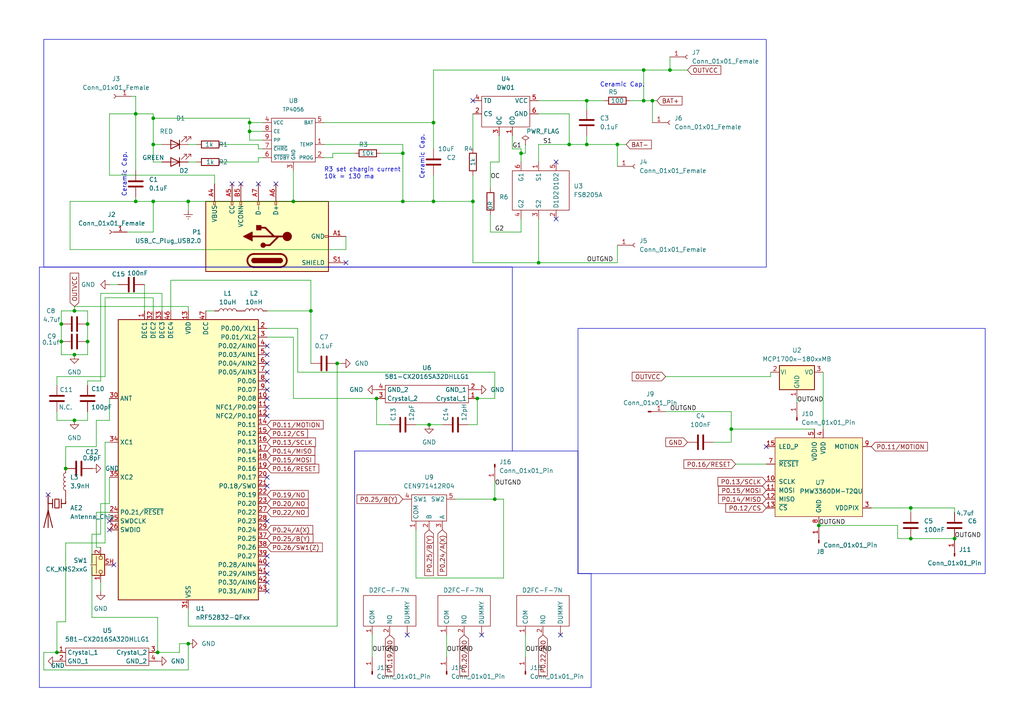
<source format=kicad_sch>
(kicad_sch (version 20250114) (generator "eeschema") (generator_version "9.0")
  (paper "A4")
  (lib_symbols
    (symbol "Connector:Conn_01x01_Female" (pin_names (offset 1.016) (hide yes))
      (property "Reference" "J" (at 0 2.54 0))
      (property "Value" "Conn_01x01_Female" (at 0 -2.54 0))
      (symbol "Conn_01x01_Female_1_1"
        (pin passive line (at -5.08 0 0) (length 3.81) (name "Pin_1") (number "1"))
      )
    )
    (symbol "Connector:Conn_01x01_Pin" (pin_names (offset 1.016) (hide yes))
      (property "Reference" "J" (at 0 2.54 0))
      (property "Value" "Conn_01x01_Pin" (at 0 -2.54 0))
      (symbol "Conn_01x01_Pin_1_1"
        (pin passive line (at 5.08 0 180) (length 3.81) (name "Pin_1") (number "1"))
      )
    )
    (symbol "Connector:USB_C_Plug_USB2.0" (pin_names (offset 1.016))
      (property "Reference" "P" (at -10.16 19.05 0))
      (property "Value" "USB_C_Plug_USB2.0" (at 12.7 19.05 0))
      (symbol "USB_C_Plug_USB2.0_1_1"
        (pin passive line (at -7.62 -22.86 90) (length 5.08) (name "SHIELD") (number "S1"))
        (pin passive line (at 0 -22.86 90) (length 5.08) (name "GND") (number "A1"))
        (pin passive line (at 0 -22.86 90) (length 5.08) (hide yes) (name "GND") (number "A12"))
        (pin passive line (at 0 -22.86 90) (length 5.08) (hide yes) (name "GND") (number "B1"))
        (pin passive line (at 0 -22.86 90) (length 5.08) (hide yes) (name "GND") (number "B12"))
        (pin passive line (at 15.24 15.24 180) (length 5.08) (name "VBUS") (number "A4"))
        (pin passive line (at 15.24 15.24 180) (length 5.08) (hide yes) (name "VBUS") (number "A9"))
        (pin passive line (at 15.24 15.24 180) (length 5.08) (hide yes) (name "VBUS") (number "B4"))
        (pin passive line (at 15.24 15.24 180) (length 5.08) (hide yes) (name "VBUS") (number "B9"))
        (pin bidirectional line (at 15.24 10.16 180) (length 5.08) (name "CC") (number "A5"))
        (pin bidirectional line (at 15.24 7.62 180) (length 5.08) (name "VCONN") (number "B5"))
        (pin bidirectional line (at 15.24 2.54 180) (length 5.08) (name "D-") (number "A7"))
        (pin bidirectional line (at 15.24 -2.54 180) (length 5.08) (name "D+") (number "A6"))
      )
    )
    (symbol "Device:Antenna_Chip" (pin_numbers (hide yes)) (pin_names (offset 1.016) (hide yes))
      (property "Reference" "AE" (at 0 5.08 0))
      (property "Value" "Antenna_Chip" (at 0 3.175 0))
      (symbol "Antenna_Chip_1_1"
        (pin input line (at -2.54 -2.54 90) (length 2.54) (name "FEED") (number "1"))
        (pin passive line (at 2.54 -2.54 90) (length 2.54) (name "PCB_Trace") (number "2"))
      )
    )
    (symbol "Device:C" (pin_numbers (hide yes)) (pin_names (offset 0.254))
      (property "Reference" "C" (at 0.635 2.54 0))
      (property "Value" "C" (at 0.635 -2.54 0))
      (symbol "C_1_1"
        (pin passive line (at 0 3.81 270) (length 2.794) (name "~") (number "1"))
        (pin passive line (at 0 -3.81 90) (length 2.794) (name "~") (number "2"))
      )
    )
    (symbol "Device:L" (pin_numbers (hide yes)) (pin_names (offset 1.016) (hide yes))
      (property "Reference" "L" (at -1.27 0 90))
      (property "Value" "L" (at 1.905 0 90))
      (symbol "L_1_1"
        (pin passive line (at 0 3.81 270) (length 1.27) (name "1") (number "1"))
        (pin passive line (at 0 -3.81 90) (length 1.27) (name "2") (number "2"))
      )
    )
    (symbol "Device:LED" (pin_numbers (hide yes)) (pin_names (offset 1.016) (hide yes))
      (property "Reference" "D" (at 0 2.54 0))
      (property "Value" "LED" (at 0 -2.54 0))
      (symbol "LED_1_1"
        (pin passive line (at -3.81 0 0) (length 2.54) (name "K") (number "1"))
        (pin passive line (at 3.81 0 180) (length 2.54) (name "A") (number "2"))
      )
    )
    (symbol "Device:R" (pin_numbers (hide yes)) (pin_names (offset 0))
      (property "Reference" "R" (at 2.032 0 90))
      (property "Value" "R" (at 0 0 90))
      (symbol "R_1_1"
        (pin passive line (at 0 3.81 270) (length 1.27) (name "~") (number "1"))
        (pin passive line (at 0 -3.81 90) (length 1.27) (name "~") (number "2"))
      )
    )
    (symbol "MCU_Nordic:nRF52832-QFxx"
      (property "Reference" "U" (at 0 1.27 0))
      (property "Value" "nRF52832-QFxx" (at 0 -1.27 0))
      (symbol "nRF52832-QFxx_1_1"
        (pin passive line (at -22.86 17.78 0) (length 2.54) (name "ANT") (number "30"))
        (pin input line (at -22.86 5.08 0) (length 2.54) (name "XC1") (number "34"))
        (pin input line (at -22.86 -5.08 0) (length 2.54) (name "XC2") (number "35"))
        (pin bidirectional line (at -22.86 -15.24 0) (length 2.54) (name "P0.21/~{RESET}") (number "24"))
        (pin input line (at -22.86 -17.78 0) (length 2.54) (name "SWDCLK") (number "25"))
        (pin bidirectional line (at -22.86 -20.32 0) (length 2.54) (name "SWDIO") (number "26"))
        (pin no_connect line (at -20.32 -30.48 0) (length 2.54) (hide yes) (name "NC") (number "44"))
        (pin passive line (at -12.7 43.18 270) (length 2.54) (name "DEC1") (number "1"))
        (pin passive line (at -10.16 43.18 270) (length 2.54) (name "DEC2") (number "32"))
        (pin passive line (at -7.62 43.18 270) (length 2.54) (name "DEC3") (number "33"))
        (pin passive line (at -5.08 43.18 270) (length 2.54) (name "DEC4") (number "46"))
        (pin power_in line (at 0 43.18 270) (length 2.54) (name "VDD") (number "13"))
        (pin passive line (at 0 43.18 270) (length 2.54) (hide yes) (name "VDD") (number "36"))
        (pin passive line (at 0 43.18 270) (length 2.54) (hide yes) (name "VDD") (number "48"))
        (pin power_in line (at 0 -43.18 90) (length 2.54) (name "VSS") (number "31"))
        (pin passive line (at 0 -43.18 90) (length 2.54) (hide yes) (name "VSS") (number "45"))
        (pin passive line (at 0 -43.18 90) (length 2.54) (hide yes) (name "VSS") (number "49"))
        (pin power_out line (at 5.08 43.18 270) (length 2.54) (name "DCC") (number "47"))
        (pin bidirectional line (at 22.86 38.1 180) (length 2.54) (name "P0.00/XL1") (number "2"))
        (pin bidirectional line (at 22.86 35.56 180) (length 2.54) (name "P0.01/XL2") (number "3"))
        (pin bidirectional line (at 22.86 33.02 180) (length 2.54) (name "P0.02/AIN0") (number "4"))
        (pin bidirectional line (at 22.86 30.48 180) (length 2.54) (name "P0.03/AIN1") (number "5"))
        (pin bidirectional line (at 22.86 27.94 180) (length 2.54) (name "P0.04/AIN2") (number "6"))
        (pin bidirectional line (at 22.86 25.4 180) (length 2.54) (name "P0.05/AIN3") (number "7"))
        (pin bidirectional line (at 22.86 22.86 180) (length 2.54) (name "P0.06") (number "8"))
        (pin bidirectional line (at 22.86 20.32 180) (length 2.54) (name "P0.07") (number "9"))
        (pin bidirectional line (at 22.86 17.78 180) (length 2.54) (name "P0.08") (number "10"))
        (pin bidirectional line (at 22.86 15.24 180) (length 2.54) (name "NFC1/P0.09") (number "11"))
        (pin bidirectional line (at 22.86 12.7 180) (length 2.54) (name "NFC2/P0.10") (number "12"))
        (pin bidirectional line (at 22.86 10.16 180) (length 2.54) (name "P0.11") (number "14"))
        (pin bidirectional line (at 22.86 7.62 180) (length 2.54) (name "P0.12") (number "15"))
        (pin bidirectional line (at 22.86 5.08 180) (length 2.54) (name "P0.13") (number "16"))
        (pin bidirectional line (at 22.86 2.54 180) (length 2.54) (name "P0.14") (number "17"))
        (pin bidirectional line (at 22.86 0 180) (length 2.54) (name "P0.15") (number "18"))
        (pin bidirectional line (at 22.86 -2.54 180) (length 2.54) (name "P0.16") (number "19"))
        (pin bidirectional line (at 22.86 -5.08 180) (length 2.54) (name "P0.17") (number "20"))
        (pin bidirectional line (at 22.86 -7.62 180) (length 2.54) (name "P0.18/SWO") (number "21"))
        (pin bidirectional line (at 22.86 -10.16 180) (length 2.54) (name "P0.19") (number "22"))
        (pin bidirectional line (at 22.86 -12.7 180) (length 2.54) (name "P0.20") (number "23"))
        (pin bidirectional line (at 22.86 -15.24 180) (length 2.54) (name "P0.22") (number "27"))
        (pin bidirectional line (at 22.86 -17.78 180) (length 2.54) (name "P0.23") (number "28"))
        (pin bidirectional line (at 22.86 -20.32 180) (length 2.54) (name "P0.24") (number "29"))
        (pin bidirectional line (at 22.86 -22.86 180) (length 2.54) (name "P0.25") (number "37"))
        (pin bidirectional line (at 22.86 -25.4 180) (length 2.54) (name "P0.26") (number "38"))
        (pin bidirectional line (at 22.86 -27.94 180) (length 2.54) (name "P0.27") (number "39"))
        (pin bidirectional line (at 22.86 -30.48 180) (length 2.54) (name "P0.28/AIN4") (number "40"))
        (pin bidirectional line (at 22.86 -33.02 180) (length 2.54) (name "P0.29/AIN5") (number "41"))
        (pin bidirectional line (at 22.86 -35.56 180) (length 2.54) (name "P0.30/AIN6") (number "42"))
        (pin bidirectional line (at 22.86 -38.1 180) (length 2.54) (name "P0.31/AIN7") (number "43"))
      )
    )
    (symbol "Mouse Stuff:2016_crystal"
      (property "Reference" "U" (at 0 0 0))
      (property "Value" "581-CX2016SA32DHLLG1" (at 0 2.286 0))
      (symbol "2016_crystal_1_1"
        (pin bidirectional line (at -15.24 0 0) (length 2.54) (name "Crystal_1") (number "1"))
        (pin power_in line (at -15.24 -2.54 0) (length 2.54) (name "GND_1") (number "2"))
        (pin bidirectional line (at 13.97 0 180) (length 2.54) (name "Crystal_2") (number "3"))
        (pin power_in line (at 13.97 -2.54 180) (length 2.54) (name "GND_2") (number "4"))
      )
    )
    (symbol "Mouse Stuff:CEN971412R04"
      (property "Reference" "U" (at 0 0 0))
      (symbol "CEN971412R04_1_1"
        (pin bidirectional line (at -7.62 2.54 0) (length 2.54) (name "SW1") (number "4"))
        (pin power_in line (at -3.81 -6.35 90) (length 2.54) (name "COM") (number "1"))
        (pin bidirectional line (at 0 -6.35 90) (length 2.54) (name "B") (number "2"))
        (pin bidirectional line (at 3.81 -6.35 90) (length 2.54) (name "A") (number "3"))
        (pin bidirectional line (at 7.62 2.54 180) (length 2.54) (name "SW2") (number "5"))
      )
    )
    (symbol "Mouse Stuff:D2FC-F-7N"
      (property "Reference" "U" (at 0 0.254 0))
      (property "Value" "D2FC-F-7N" (at 0 6.096 0))
      (symbol "D2FC-F-7N_1_1"
        (pin power_in line (at -5.08 -6.35 90) (length 2.54) (name "COM") (number "1"))
        (pin bidirectional line (at 0 -6.35 90) (length 2.54) (name "NO") (number "2"))
        (pin bidirectional line (at 5.08 -6.35 90) (length 2.54) (name "DUMMY") (number ""))
      )
    )
    (symbol "PCM_openinput:PMW3360DM-T2QU" (pin_names (offset 1.016))
      (property "Reference" "U" (at -11.43 13.97 0))
      (property "Value" "PMW3360DM-T2QU" (at 8.89 -11.43 0))
      (symbol "PMW3360DM-T2QU_1_1"
        (pin input line (at -15.24 10.16 0) (length 2.54) (name "LED_P") (number "15"))
        (pin input line (at -15.24 5.08 0) (length 2.54) (name "~{RESET}") (number "7"))
        (pin input line (at -15.24 0 0) (length 2.54) (name "SCLK") (number "10"))
        (pin input line (at -15.24 -2.54 0) (length 2.54) (name "MOSI") (number "11"))
        (pin output line (at -15.24 -5.08 0) (length 2.54) (name "MISO") (number "12"))
        (pin input line (at -15.24 -7.62 0) (length 2.54) (name "~{CS}") (number "13"))
        (pin power_in line (at -1.27 15.24 270) (length 2.54) (name "VDDIO") (number "5"))
        (pin power_in line (at 0 -12.7 90) (length 2.54) (name "GND") (number "8"))
        (pin power_in line (at 1.27 15.24 270) (length 2.54) (name "VDD") (number "4"))
        (pin output line (at 15.24 10.16 180) (length 2.54) (name "MOTION") (number "9"))
        (pin power_out line (at 15.24 -7.62 180) (length 2.54) (name "VDDPIX") (number "3"))
      )
    )
    (symbol "Regulator_Linear:MCP1700x-180xxMB" (pin_names (offset 0.254))
      (property "Reference" "U" (at -3.81 3.175 0))
      (property "Value" "MCP1700x-180xxMB" (at 0 3.175 0))
      (symbol "MCP1700x-180xxMB_1_1"
        (pin power_in line (at -7.62 0 0) (length 2.54) (name "VI") (number "2"))
        (pin power_in line (at 0 -7.62 90) (length 2.54) (name "GND") (number "1"))
        (pin power_out line (at 7.62 0 180) (length 2.54) (name "VO") (number "3"))
      )
    )
    (symbol "Switch:CK_KMS2xxG" (pin_names (offset 1.016) (hide yes))
      (property "Reference" "SW" (at 4.318 2.032 0))
      (property "Value" "CK_KMS2xxG" (at 0 4.572 0))
      (symbol "CK_KMS2xxG_0_1"
        (pin passive line (at -5.08 0 0) (length 2.54) (name "1") (number "1"))
        (pin passive line (at 5.08 0 180) (length 2.54) (name "2") (number "2"))
      )
      (symbol "CK_KMS2xxG_1_1"
        (pin passive line (at 0 -3.81 90) (length 2.54) (name "B") (number "SH"))
      )
    )
    (symbol "dw01:DW01"
      (property "Reference" "U" (at 1.27 10.16 0))
      (property "Value" "DW01" (at 11.43 10.16 0))
      (symbol "DW01_1_1"
        (pin input line (at -2.54 7.62 0) (length 2.54) (name "TD") (number "4"))
        (pin input line (at -2.54 3.81 0) (length 2.54) (name "CS") (number "2"))
        (pin input line (at 5.08 -2.54 90) (length 2.54) (name "OC") (number "3"))
        (pin input line (at 8.89 -2.54 90) (length 2.54) (name "OD") (number "1"))
        (pin input line (at 16.51 7.62 180) (length 2.54) (name "VCC") (number "5"))
        (pin input line (at 16.51 3.81 180) (length 2.54) (name "GND") (number "6"))
      )
    )
    (symbol "fs8205:FS8205A"
      (property "Reference" "U" (at 1.27 5.08 0))
      (property "Value" "FS8205A" (at -1.27 8.89 90))
      (symbol "FS8205A_1_1"
        (pin input line (at 2.54 13.97 270) (length 2.54) (name "G1") (number "6"))
        (pin input line (at 2.54 -2.54 90) (length 2.54) (name "G2") (number "4"))
        (pin input line (at 7.62 13.97 270) (length 2.54) (name "S1") (number "1"))
        (pin input line (at 7.62 -2.54 90) (length 2.54) (name "S2") (number "3"))
        (pin input line (at 12.7 13.97 270) (length 2.54) (name "D1D2") (number "5"))
        (pin input line (at 12.7 -2.54 90) (length 2.54) (name "D1D2") (number "2"))
      )
    )
    (symbol "power:Earth" (power) (pin_names (offset 0))
      (symbol "Earth_1_1"
        (pin power_in line (at 0 0 270) (length 0) (hide yes) (name "Earth") (number "1"))
      )
    )
    (symbol "power:GND" (power) (pin_numbers (hide yes)) (pin_names (offset 0) (hide yes))
      (property "Value" "GND" (at 0 -3.81 0))
      (symbol "GND_1_1"
        (pin power_in line (at 0 0 270) (length 0) (name "~") (number "1"))
      )
    )
    (symbol "power:PWR_FLAG" (power) (pin_numbers (hide yes)) (pin_names (offset 0) (hide yes))
      (property "Value" "PWR_FLAG" (at 0 3.81 0))
      (symbol "PWR_FLAG_0_0"
        (pin power_out line (at 0 0 90) (length 0) (name "pwr") (number "1"))
      )
    )
    (symbol "tp4056:TP4056"
      (property "Reference" "U" (at 1.27 13.97 0))
      (property "Value" "TP4056" (at 8.89 13.97 0))
      (symbol "TP4056_1_1"
        (pin input line (at -2.54 11.43 0) (length 2.54) (name "VCC") (number "4"))
        (pin input line (at -2.54 8.89 0) (length 2.54) (name "CE") (number "8"))
        (pin input line (at -2.54 6.35 0) (length 2.54) (name "PP") (number "9"))
        (pin input line (at -2.54 3.81 0) (length 2.54) (name "~{CHRG}") (number "7"))
        (pin input line (at -2.54 1.27 0) (length 2.54) (name "~{STDBY}") (number "6"))
        (pin input line (at 6.35 -2.54 90) (length 2.54) (name "GND") (number "3"))
        (pin input line (at 15.24 11.43 180) (length 2.54) (name "BAT") (number "5"))
        (pin input line (at 15.24 5.08 180) (length 2.54) (name "TEMP") (number "1"))
        (pin input line (at 15.24 1.27 180) (length 2.54) (name "PROG") (number "2"))
      )
    )
  )
  (rectangle (start 167.64 95.25) (end 285.75 166.37))
  (rectangle (start 12.7 11.43) (end 222.25 77.47))
  (text "R3 set chargin current\n10k = 130 ma" (at 93.98 52.07 0) (effects (font (size 1.27 1.27)) (justify left bottom)))
  (text "Ceramic Cap." (at 173.99 25.4 0) (effects (font (size 1.27 1.27)) (justify left bottom)))
  (text "Ceramic Cap." (at 123.19 52.07 90) (effects (font (size 1.27 1.27)) (justify left bottom)))
  (text "Ceramic Cap." (at 36.83 57.15 90) (effects (font (size 1.27 1.27)) (justify left bottom)))
  (junction (at 16.51 189.23))
  (junction (at 39.37 58.42))
  (junction (at 212.09 124.46))
  (junction (at 97.79 105.41))
  (junction (at 25.4 99.06))
  (junction (at 44.45 34.29))
  (junction (at 189.23 29.21))
  (junction (at 44.45 58.42))
  (junction (at 21.59 102.87))
  (junction (at 21.59 121.92))
  (junction (at 138.43 115.57))
  (junction (at 186.69 20.32))
  (junction (at 143.51 144.78))
  (junction (at 156.21 76.2))
  (junction (at 85.09 58.42))
  (junction (at 116.84 58.42))
  (junction (at 116.84 44.45))
  (junction (at 19.05 135.89))
  (junction (at 237.49 152.4))
  (junction (at 276.86 156.21))
  (junction (at 137.16 58.42))
  (junction (at 72.39 38.1))
  (junction (at 170.18 41.91))
  (junction (at 124.46 123.19))
  (junction (at 90.17 90.17))
  (junction (at 109.22 115.57))
  (junction (at 17.78 99.06))
  (junction (at 151.13 44.45))
  (junction (at 125.73 35.56))
  (junction (at 194.31 20.32))
  (junction (at 264.16 147.32))
  (junction (at 17.78 93.98))
  (junction (at 54.61 186.69))
  (junction (at 39.37 33.02))
  (junction (at 25.4 93.98))
  (junction (at 179.07 41.91))
  (junction (at 165.1 41.91))
  (junction (at 170.18 29.21))
  (junction (at 125.73 58.42))
  (junction (at 44.45 41.91))
  (junction (at 72.39 35.56))
  (junction (at 54.61 58.42))
  (junction (at 264.16 156.21))
  (junction (at 186.69 29.21))
  (junction (at 21.59 90.17))
  (junction (at 45.72 189.23))
  (no_connect (at 77.47 105.41))
  (no_connect (at 31.75 151.13))
  (no_connect (at 118.11 184.15))
  (no_connect (at 77.47 138.43))
  (no_connect (at 77.47 120.65))
  (no_connect (at 77.47 166.37))
  (no_connect (at 77.47 107.95))
  (no_connect (at 77.47 168.91))
  (no_connect (at 31.75 153.67))
  (no_connect (at 100.33 76.2))
  (no_connect (at 69.85 53.34))
  (no_connect (at 77.47 171.45))
  (no_connect (at 77.47 118.11))
  (no_connect (at 77.47 161.29))
  (no_connect (at 77.47 115.57))
  (no_connect (at 77.47 140.97))
  (no_connect (at 80.01 53.34))
  (no_connect (at 77.47 113.03))
  (no_connect (at 77.47 151.13))
  (no_connect (at 74.93 53.34))
  (no_connect (at 77.47 102.87))
  (no_connect (at 33.02 163.83))
  (no_connect (at 77.47 163.83))
  (no_connect (at 161.29 46.99))
  (no_connect (at 77.47 110.49))
  (no_connect (at 161.29 63.5))
  (no_connect (at 139.7 184.15))
  (no_connect (at 162.56 184.15))
  (no_connect (at 137.16 29.21))
  (no_connect (at 77.47 100.33))
  (no_connect (at 67.31 53.34))
  (no_connect (at 222.25 129.54))
  (no_connect (at 13.97 143.51))
  (wire (pts (xy 142.24 67.31) (xy 151.13 67.31)))
  (wire (pts (xy 97.79 181.61) (xy 97.79 105.41)))
  (wire (pts (xy 186.69 20.32) (xy 186.69 29.21)))
  (wire (pts (xy 44.45 34.29) (xy 72.39 34.29)))
  (wire (pts (xy 25.4 110.49) (xy 25.4 111.76)))
  (wire (pts (xy 179.07 41.91) (xy 181.61 41.91)))
  (wire (pts (xy 74.93 41.91) (xy 64.77 41.91)))
  (wire (pts (xy 152.4 44.45) (xy 151.13 44.45)))
  (wire (pts (xy 137.16 76.2) (xy 156.21 76.2)))
  (wire (pts (xy 25.4 93.98) (xy 25.4 99.06)))
  (wire (pts (xy 44.45 41.91) (xy 44.45 34.29)))
  (wire (pts (xy 213.36 134.62) (xy 222.25 134.62)))
  (wire (pts (xy 77.47 90.17) (xy 90.17 90.17)))
  (wire (pts (xy 76.2 45.72) (xy 74.93 45.72)))
  (wire (pts (xy 109.22 115.57) (xy 109.22 123.19)))
  (wire (pts (xy 46.99 90.17) (xy 46.99 85.09)))
  (wire (pts (xy 90.17 90.17) (xy 90.17 105.41)))
  (wire (pts (xy 170.18 29.21) (xy 175.26 29.21)))
  (wire (pts (xy 74.93 45.72) (xy 74.93 46.99)))
  (wire (pts (xy 170.18 29.21) (xy 170.18 31.75)))
  (wire (pts (xy 27.94 129.54) (xy 19.05 129.54)))
  (wire (pts (xy 44.45 33.02) (xy 44.45 34.29)))
  (wire (pts (xy 151.13 44.45) (xy 151.13 46.99)))
  (wire (pts (xy 31.75 50.8) (xy 31.75 33.02)))
  (wire (pts (xy 260.35 152.4) (xy 237.49 152.4)))
  (wire (pts (xy 146.05 144.78) (xy 143.51 144.78)))
  (wire (pts (xy 264.16 147.32) (xy 276.86 147.32)))
  (wire (pts (xy 223.52 109.22) (xy 223.52 107.95)))
  (wire (pts (xy 151.13 43.18) (xy 151.13 44.45)))
  (wire (pts (xy 212.09 124.46) (xy 212.09 128.27)))
  (wire (pts (xy 21.59 88.9) (xy 21.59 90.17)))
  (wire (pts (xy 54.61 194.31) (xy 54.61 186.69)))
  (wire (pts (xy 62.23 50.8) (xy 31.75 50.8)))
  (wire (pts (xy 29.21 168.91) (xy 29.21 171.45)))
  (wire (pts (xy 16.51 180.34) (xy 16.51 189.23)))
  (wire (pts (xy 49.53 81.28) (xy 90.17 81.28)))
  (wire (pts (xy 156.21 76.2) (xy 179.07 76.2)))
  (wire (pts (xy 85.09 115.57) (xy 109.22 115.57)))
  (wire (pts (xy 116.84 58.42) (xy 125.73 58.42)))
  (wire (pts (xy 25.4 90.17) (xy 25.4 93.98)))
  (wire (pts (xy 194.31 20.32) (xy 199.39 20.32)))
  (wire (pts (xy 29.21 110.49) (xy 25.4 110.49)))
  (wire (pts (xy 17.78 93.98) (xy 17.78 90.17)))
  (wire (pts (xy 90.17 81.28) (xy 90.17 90.17)))
  (wire (pts (xy 72.39 35.56) (xy 76.2 35.56)))
  (wire (pts (xy 148.59 43.18) (xy 151.13 43.18)))
  (wire (pts (xy 46.99 46.99) (xy 44.45 46.99)))
  (polyline (pts (xy 102.87 130.81) (xy 102.87 199.39)))
  (wire (pts (xy 44.45 90.17) (xy 44.45 86.36)))
  (wire (pts (xy 27.94 158.75) (xy 29.21 158.75)))
  (wire (pts (xy 264.16 156.21) (xy 276.86 156.21)))
  (wire (pts (xy 165.1 41.91) (xy 170.18 41.91)))
  (wire (pts (xy 72.39 35.56) (xy 72.39 38.1)))
  (wire (pts (xy 54.61 176.53) (xy 54.61 181.61)))
  (wire (pts (xy 182.88 29.21) (xy 186.69 29.21)))
  (wire (pts (xy 152.4 184.15) (xy 152.4 190.5)))
  (wire (pts (xy 29.21 154.94) (xy 26.67 154.94)))
  (polyline (pts (xy 171.45 166.37) (xy 167.64 166.37)))
  (wire (pts (xy 276.86 147.32) (xy 276.86 148.59)))
  (wire (pts (xy 46.99 85.09) (xy 29.21 85.09)))
  (wire (pts (xy 238.76 107.95) (xy 238.76 124.46)))
  (wire (pts (xy 31.75 138.43) (xy 31.75 146.05)))
  (wire (pts (xy 85.09 58.42) (xy 116.84 58.42)))
  (wire (pts (xy 193.04 119.38) (xy 212.09 119.38)))
  (wire (pts (xy 30.48 109.22) (xy 16.51 109.22)))
  (wire (pts (xy 129.54 184.15) (xy 129.54 190.5)))
  (wire (pts (xy 27.94 121.92) (xy 27.94 129.54)))
  (wire (pts (xy 54.61 88.9) (xy 54.61 90.17)))
  (wire (pts (xy 137.16 58.42) (xy 137.16 76.2)))
  (wire (pts (xy 107.95 184.15) (xy 107.95 190.5)))
  (wire (pts (xy 142.24 62.23) (xy 142.24 67.31)))
  (wire (pts (xy 39.37 57.15) (xy 39.37 58.42)))
  (wire (pts (xy 125.73 20.32) (xy 186.69 20.32)))
  (wire (pts (xy 49.53 90.17) (xy 49.53 81.28)))
  (wire (pts (xy 116.84 44.45) (xy 116.84 58.42)))
  (polyline (pts (xy 171.45 199.39) (xy 171.45 166.37)))
  (wire (pts (xy 179.07 71.12) (xy 179.07 76.2)))
  (wire (pts (xy 31.75 128.27) (xy 30.48 128.27)))
  (wire (pts (xy 93.98 45.72) (xy 96.52 45.72)))
  (wire (pts (xy 16.51 121.92) (xy 16.51 119.38)))
  (wire (pts (xy 31.75 121.92) (xy 27.94 121.92)))
  (wire (pts (xy 41.91 82.55) (xy 41.91 90.17)))
  (wire (pts (xy 17.78 102.87) (xy 17.78 99.06)))
  (polyline (pts (xy 102.87 199.39) (xy 171.45 199.39)))
  (wire (pts (xy 152.4 41.91) (xy 152.4 44.45)))
  (wire (pts (xy 45.72 189.23) (xy 52.07 189.23)))
  (wire (pts (xy 39.37 33.02) (xy 39.37 49.53)))
  (wire (pts (xy 132.08 144.78) (xy 143.51 144.78)))
  (wire (pts (xy 31.75 115.57) (xy 31.75 121.92)))
  (wire (pts (xy 76.2 40.64) (xy 72.39 40.64)))
  (wire (pts (xy 12.7 189.23) (xy 12.7 194.31)))
  (wire (pts (xy 120.65 153.67) (xy 120.65 167.64)))
  (wire (pts (xy 170.18 41.91) (xy 179.07 41.91)))
  (wire (pts (xy 186.69 29.21) (xy 189.23 29.21)))
  (wire (pts (xy 52.07 186.69) (xy 54.61 186.69)))
  (wire (pts (xy 143.51 144.78) (xy 143.51 139.7)))
  (wire (pts (xy 45.72 179.07) (xy 45.72 189.23)))
  (wire (pts (xy 120.65 167.64) (xy 146.05 167.64)))
  (wire (pts (xy 54.61 41.91) (xy 57.15 41.91)))
  (wire (pts (xy 21.59 90.17) (xy 25.4 90.17)))
  (wire (pts (xy 264.16 147.32) (xy 264.16 148.59)))
  (wire (pts (xy 39.37 27.94) (xy 39.37 33.02)))
  (wire (pts (xy 74.93 43.18) (xy 74.93 41.91)))
  (wire (pts (xy 39.37 33.02) (xy 44.45 33.02)))
  (polyline (pts (xy 148.59 77.47) (xy 11.43 77.47)))
  (wire (pts (xy 93.98 35.56) (xy 125.73 35.56)))
  (wire (pts (xy 44.45 41.91) (xy 46.99 41.91)))
  (wire (pts (xy 135.89 123.19) (xy 138.43 123.19)))
  (wire (pts (xy 30.48 128.27) (xy 30.48 157.48)))
  (wire (pts (xy 212.09 119.38) (xy 212.09 124.46)))
  (wire (pts (xy 96.52 44.45) (xy 102.87 44.45)))
  (wire (pts (xy 142.24 46.99) (xy 142.24 54.61)))
  (wire (pts (xy 54.61 58.42) (xy 85.09 58.42)))
  (polyline (pts (xy 148.59 130.81) (xy 148.59 77.47)))
  (wire (pts (xy 31.75 33.02) (xy 39.37 33.02)))
  (wire (pts (xy 62.23 53.34) (xy 62.23 50.8)))
  (wire (pts (xy 74.93 43.18) (xy 76.2 43.18)))
  (wire (pts (xy 125.73 50.8) (xy 125.73 58.42)))
  (wire (pts (xy 165.1 33.02) (xy 165.1 41.91)))
  (wire (pts (xy 156.21 29.21) (xy 170.18 29.21)))
  (wire (pts (xy 125.73 20.32) (xy 125.73 35.56)))
  (wire (pts (xy 31.75 146.05) (xy 29.21 146.05)))
  (polyline (pts (xy 167.64 166.37) (xy 167.64 130.81)))
  (wire (pts (xy 44.45 86.36) (xy 30.48 86.36)))
  (wire (pts (xy 25.4 121.92) (xy 21.59 121.92)))
  (polyline (pts (xy 102.87 199.39) (xy 102.87 130.81)))
  (wire (pts (xy 179.07 41.91) (xy 179.07 48.26)))
  (wire (pts (xy 19.05 180.34) (xy 16.51 180.34)))
  (wire (pts (xy 194.31 16.51) (xy 194.31 20.32)))
  (polyline (pts (xy 11.43 199.39) (xy 102.87 199.39)))
  (wire (pts (xy 27.94 148.59) (xy 27.94 158.75)))
  (wire (pts (xy 231.14 115.57) (xy 231.14 116.84)))
  (wire (pts (xy 189.23 29.21) (xy 189.23 35.56)))
  (wire (pts (xy 54.61 58.42) (xy 54.61 60.96)))
  (polyline (pts (xy 167.64 130.81) (xy 148.59 130.81)))
  (wire (pts (xy 109.22 123.19) (xy 113.03 123.19)))
  (wire (pts (xy 125.73 58.42) (xy 137.16 58.42)))
  (wire (pts (xy 29.21 85.09) (xy 29.21 110.49)))
  (wire (pts (xy 44.45 58.42) (xy 54.61 58.42)))
  (wire (pts (xy 77.47 95.25) (xy 86.36 95.25)))
  (wire (pts (xy 19.05 129.54) (xy 19.05 135.89)))
  (wire (pts (xy 212.09 128.27) (xy 207.01 128.27)))
  (wire (pts (xy 137.16 33.02) (xy 137.16 43.18)))
  (wire (pts (xy 74.93 46.99) (xy 64.77 46.99)))
  (wire (pts (xy 52.07 189.23) (xy 52.07 186.69)))
  (wire (pts (xy 186.69 20.32) (xy 194.31 20.32)))
  (wire (pts (xy 21.59 102.87) (xy 17.78 102.87)))
  (wire (pts (xy 12.7 194.31) (xy 54.61 194.31)))
  (wire (pts (xy 148.59 39.37) (xy 148.59 43.18)))
  (wire (pts (xy 20.32 72.39) (xy 20.32 58.42)))
  (wire (pts (xy 86.36 95.25) (xy 86.36 107.95)))
  (wire (pts (xy 72.39 38.1) (xy 72.39 40.64)))
  (wire (pts (xy 252.73 147.32) (xy 264.16 147.32)))
  (wire (pts (xy 260.35 156.21) (xy 260.35 152.4)))
  (wire (pts (xy 100.33 72.39) (xy 20.32 72.39)))
  (wire (pts (xy 143.51 115.57) (xy 138.43 115.57)))
  (wire (pts (xy 26.67 179.07) (xy 45.72 179.07)))
  (wire (pts (xy 17.78 93.98) (xy 17.78 99.06)))
  (wire (pts (xy 72.39 38.1) (xy 76.2 38.1)))
  (wire (pts (xy 85.09 97.79) (xy 85.09 115.57)))
  (wire (pts (xy 100.33 68.58) (xy 100.33 72.39)))
  (polyline (pts (xy 11.43 77.47) (xy 11.43 199.39)))
  (wire (pts (xy 20.32 58.42) (xy 39.37 58.42)))
  (polyline (pts (xy 102.87 130.81) (xy 148.59 130.81)))
  (wire (pts (xy 59.69 90.17) (xy 62.23 90.17)))
  (wire (pts (xy 120.65 123.19) (xy 124.46 123.19)))
  (wire (pts (xy 264.16 156.21) (xy 260.35 156.21)))
  (wire (pts (xy 31.75 148.59) (xy 27.94 148.59)))
  (wire (pts (xy 21.59 121.92) (xy 16.51 121.92)))
  (wire (pts (xy 156.21 41.91) (xy 165.1 41.91)))
  (wire (pts (xy 25.4 102.87) (xy 21.59 102.87)))
  (wire (pts (xy 19.05 157.48) (xy 19.05 180.34)))
  (wire (pts (xy 30.48 157.48) (xy 19.05 157.48)))
  (wire (pts (xy 25.4 99.06) (xy 25.4 102.87)))
  (wire (pts (xy 170.18 39.37) (xy 170.18 41.91)))
  (wire (pts (xy 93.98 41.91) (xy 116.84 41.91)))
  (wire (pts (xy 125.73 35.56) (xy 125.73 43.18)))
  (wire (pts (xy 39.37 58.42) (xy 44.45 58.42)))
  (wire (pts (xy 77.47 97.79) (xy 85.09 97.79)))
  (wire (pts (xy 124.46 123.19) (xy 128.27 123.19)))
  (wire (pts (xy 116.84 41.91) (xy 116.84 44.45)))
  (wire (pts (xy 31.75 82.55) (xy 34.29 82.55)))
  (wire (pts (xy 44.45 46.99) (xy 44.45 41.91)))
  (wire (pts (xy 16.51 189.23) (xy 12.7 189.23)))
  (wire (pts (xy 25.4 119.38) (xy 25.4 121.92)))
  (wire (pts (xy 36.83 67.31) (xy 44.45 67.31)))
  (wire (pts (xy 193.04 109.22) (xy 223.52 109.22)))
  (wire (pts (xy 16.51 109.22) (xy 16.51 111.76)))
  (wire (pts (xy 151.13 67.31) (xy 151.13 63.5)))
  (wire (pts (xy 156.21 63.5) (xy 156.21 76.2)))
  (wire (pts (xy 85.09 49.53) (xy 85.09 58.42)))
  (wire (pts (xy 212.09 124.46) (xy 236.22 124.46)))
  (wire (pts (xy 156.21 46.99) (xy 156.21 41.91)))
  (wire (pts (xy 17.78 90.17) (xy 21.59 90.17)))
  (wire (pts (xy 54.61 88.9) (xy 21.59 88.9)))
  (wire (pts (xy 138.43 115.57) (xy 138.43 123.19)))
  (wire (pts (xy 30.48 86.36) (xy 30.48 109.22)))
  (wire (pts (xy 137.16 50.8) (xy 137.16 58.42)))
  (wire (pts (xy 189.23 29.21) (xy 190.5 29.21)))
  (wire (pts (xy 26.67 154.94) (xy 26.67 179.07)))
  (wire (pts (xy 156.21 33.02) (xy 165.1 33.02)))
  (wire (pts (xy 86.36 107.95) (xy 143.51 107.95)))
  (wire (pts (xy 44.45 67.31) (xy 44.45 58.42)))
  (wire (pts (xy 110.49 44.45) (xy 116.84 44.45)))
  (wire (pts (xy 38.1 27.94) (xy 39.37 27.94)))
  (wire (pts (xy 144.78 46.99) (xy 142.24 46.99)))
  (wire (pts (xy 144.78 39.37) (xy 144.78 46.99)))
  (wire (pts (xy 54.61 46.99) (xy 57.15 46.99)))
  (wire (pts (xy 54.61 181.61) (xy 97.79 181.61)))
  (wire (pts (xy 146.05 167.64) (xy 146.05 144.78)))
  (wire (pts (xy 97.79 105.41) (xy 99.06 105.41)))
  (wire (pts (xy 143.51 107.95) (xy 143.51 115.57)))
  (wire (pts (xy 72.39 34.29) (xy 72.39 35.56)))
  (wire (pts (xy 96.52 45.72) (xy 96.52 44.45)))
  (wire (pts (xy 29.21 146.05) (xy 29.21 154.94)))
  (label "OC" (at 142.24 52.07 0))
  (label "OUTGND" (at 170.18 76.2 0))
  (label "G2" (at 143.51 67.31 0))
  (label "OUTGND" (at 107.95 189.23 0))
  (label "OUTGND" (at 152.4 189.23 0))
  (label "OUTGND" (at 276.86 156.21 0))
  (label "OUTGND" (at 194.31 119.38 0))
  (label "G1" (at 148.59 43.18 0))
  (label "OUTGND" (at 143.51 140.97 0))
  (label "OUTGND" (at 231.14 116.84 0))
  (label "OUTGND" (at 237.49 152.4 0))
  (label "OUTGND" (at 129.54 189.23 0))
  (label "S1" (at 157.48 41.91 0))
  (global_label "P0.25{slash}B(Y)" (shape input) (at 116.84 144.78 180) (property "Intersheetrefs" "${INTERSHEET_REFS}" (effects (hide yes))))
  (global_label "P0.12{slash}CS" (shape input) (at 77.47 125.73 0) (property "Intersheetrefs" "${INTERSHEET_REFS}" (effects (hide yes))))
  (global_label "P0.26{slash}SW1(Z)" (shape input) (at 77.47 158.75 0) (property "Intersheetrefs" "${INTERSHEET_REFS}" (effects (hide yes))))
  (global_label "P0.15{slash}MOSI" (shape input) (at 222.25 142.24 180) (property "Intersheetrefs" "${INTERSHEET_REFS}" (effects (hide yes))))
  (global_label "BAT+" (shape input) (at 190.5 29.21 0) (property "Intersheetrefs" "${INTERSHEET_REFS}" (effects (hide yes))))
  (global_label "P0.22{slash}NO" (shape input) (at 157.48 184.15 270) (property "Intersheetrefs" "${INTERSHEET_REFS}" (effects (hide yes))))
  (global_label "P0.20{slash}NO" (shape input) (at 77.47 146.05 0) (property "Intersheetrefs" "${INTERSHEET_REFS}" (effects (hide yes))))
  (global_label "P0.19{slash}NO" (shape input) (at 113.03 184.15 270) (property "Intersheetrefs" "${INTERSHEET_REFS}" (effects (hide yes))))
  (global_label "P0.12{slash}CS" (shape input) (at 222.25 147.32 180) (property "Intersheetrefs" "${INTERSHEET_REFS}" (effects (hide yes))))
  (global_label "P0.14{slash}MISO" (shape input) (at 77.47 130.81 0) (property "Intersheetrefs" "${INTERSHEET_REFS}" (effects (hide yes))))
  (global_label "P0.20{slash}NO" (shape input) (at 134.62 184.15 270) (property "Intersheetrefs" "${INTERSHEET_REFS}" (effects (hide yes))))
  (global_label "P0.16{slash}RESET" (shape input) (at 77.47 135.89 0) (property "Intersheetrefs" "${INTERSHEET_REFS}" (effects (hide yes))))
  (global_label "P0.24{slash}A(X)" (shape input) (at 128.27 153.67 270) (property "Intersheetrefs" "${INTERSHEET_REFS}" (effects (hide yes))))
  (global_label "P0.13{slash}SCLK" (shape input) (at 77.47 128.27 0) (property "Intersheetrefs" "${INTERSHEET_REFS}" (effects (hide yes))))
  (global_label "OUTVCC" (shape input) (at 199.39 20.32 0) (property "Intersheetrefs" "${INTERSHEET_REFS}" (effects (hide yes))))
  (global_label "P0.15{slash}MOSI" (shape input) (at 77.47 133.35 0) (property "Intersheetrefs" "${INTERSHEET_REFS}" (effects (hide yes))))
  (global_label "P0.22{slash}NO" (shape input) (at 77.47 148.59 0) (property "Intersheetrefs" "${INTERSHEET_REFS}" (effects (hide yes))))
  (global_label "OUTVCC" (shape input) (at 193.04 109.22 180) (property "Intersheetrefs" "${INTERSHEET_REFS}" (effects (hide yes))))
  (global_label "P0.25{slash}B(Y)" (shape input) (at 124.46 153.67 270) (property "Intersheetrefs" "${INTERSHEET_REFS}" (effects (hide yes))))
  (global_label "P0.13{slash}SCLK" (shape input) (at 222.25 139.7 180) (property "Intersheetrefs" "${INTERSHEET_REFS}" (effects (hide yes))))
  (global_label "GND" (shape input) (at 199.39 128.27 180) (property "Intersheetrefs" "${INTERSHEET_REFS}" (effects (hide yes))))
  (global_label "P0.14{slash}MISO" (shape input) (at 222.25 144.78 180) (property "Intersheetrefs" "${INTERSHEET_REFS}" (effects (hide yes))))
  (global_label "BAT-" (shape input) (at 181.61 41.91 0) (property "Intersheetrefs" "${INTERSHEET_REFS}" (effects (hide yes))))
  (global_label "P0.25{slash}B(Y)" (shape input) (at 77.47 156.21 0) (property "Intersheetrefs" "${INTERSHEET_REFS}" (effects (hide yes))))
  (global_label "P0.19{slash}NO" (shape input) (at 77.47 143.51 0) (property "Intersheetrefs" "${INTERSHEET_REFS}" (effects (hide yes))))
  (global_label "OUTVCC" (shape input) (at 21.59 88.9 90) (property "Intersheetrefs" "${INTERSHEET_REFS}" (effects (hide yes))))
  (global_label "P0.11{slash}MOTION" (shape input) (at 77.47 123.19 0) (property "Intersheetrefs" "${INTERSHEET_REFS}" (effects (hide yes))))
  (global_label "P0.24{slash}A(X)" (shape input) (at 77.47 153.67 0) (property "Intersheetrefs" "${INTERSHEET_REFS}" (effects (hide yes))))
  (global_label "P0.16{slash}RESET" (shape input) (at 213.36 134.62 180) (property "Intersheetrefs" "${INTERSHEET_REFS}" (effects (hide yes))))
  (global_label "P0.11{slash}MOTION" (shape input) (at 252.73 129.54 0) (property "Intersheetrefs" "${INTERSHEET_REFS}" (effects (hide yes))))
  (symbol (lib_id "Mouse Stuff:2016_crystal") (at 31.75 189.23 0) (unit 1)
    (property "Reference" "U5" (at 31.115 182.88 0))
    (property "Value" "581-CX2016SA32DHLLG1" (at 31.115 185.42 0))
    (property "Footprint" "Mouse Stuff:2016 8pH 40ppm" (effects (hide yes)))
    (property "Datasheet" "https://ele.kyocera.com/assets/products/crystal-device/cx2016sa_e.pdf" (effects (hide yes)))
  )
  (symbol (lib_id "Device:C") (at 125.73 46.99 0) (unit 1)
    (property "Reference" "C2" (at 129.54 45.7199 0) (effects (justify left)))
    (property "Value" "10uF" (at 127 43.18 0) (effects (justify left)))
    (property "Footprint" "Capacitor_SMD:C_0805_2012Metric_Pad1.18x1.45mm_HandSolder" (effects (hide yes)))
  )
  (symbol (lib_id "Mouse Stuff:D2FC-F-7N") (at 113.03 177.8 0) (unit 1)
    (property "Reference" "D2FC-F-7N1" (effects (hide yes)))
    (property "Value" "D2FC-F-7N" (at 106.934 171.196 0) (effects (justify left)))
    (property "Footprint" "Mouse Stuff:D2FC-F-7N" (effects (hide yes)))
  )
  (symbol (lib_id "Switch:CK_KMS2xxG") (at 29.21 163.83 90) (unit 1)
    (property "Reference" "SW1" (at 25.4 162.5599 90) (effects (justify left)))
    (property "Value" "CK_KMS2xxG" (at 25.4 165.0999 90) (effects (justify left)))
    (property "Footprint" "Button_Switch_SMD:SW_SPST_CK_KMS2xxGP" (effects (hide yes)))
    (property "Datasheet" "https://www.ckswitches.com/media/1482/kms.pdf" (effects (hide yes)))
    (property "Description" "Microminiature SMT Side Actuated, 4.2 x 2.8 x 1.42mm, without pegs, with shield pin" (effects (hide yes)))
  )
  (symbol (lib_id "power:GND") (at 99.06 105.41 90) (unit 1)
    (property "Reference" "#PWR02" (effects (hide yes)))
    (property "Value" "GND" (at 102.87 105.4099 90) (effects (justify right)))
    (property "Description" "Power symbol creates a global label with name \"GND\" , ground" (effects (hide yes)))
  )
  (symbol (lib_id "power:GND") (at 124.46 123.19 0) (unit 1)
    (property "Reference" "#PWR011" (effects (hide yes)))
    (property "Value" "GND" (at 124.46 128.27 0))
    (property "Description" "Power symbol creates a global label with name \"GND\" , ground" (effects (hide yes)))
  )
  (symbol (lib_id "power:GND") (at 109.22 113.03 270) (unit 1)
    (property "Reference" "#PWR09" (effects (hide yes)))
    (property "Value" "GND" (at 105.41 113.0299 90) (effects (justify right)))
    (property "Description" "Power symbol creates a global label with name \"GND\" , ground" (effects (hide yes)))
  )
  (symbol (lib_id "power:Earth") (at 54.61 60.96 0) (unit 1)
    (property "Reference" "#PWR01" (effects (hide yes)))
    (property "Value" "Earth" (effects (hide yes)))
  )
  (symbol (lib_id "Device:R") (at 60.96 41.91 90) (unit 1)
    (property "Reference" "R1" (at 64.77 41.91 90))
    (property "Value" "1k" (at 60.706 41.91 90))
    (property "Footprint" "Resistor_SMD:R_0603_1608Metric_Pad0.98x0.95mm_HandSolder" (effects (hide yes)))
  )
  (symbol (lib_id "Connector:Conn_01x01_Pin") (at 129.54 195.58 90) (unit 1)
    (property "Reference" "J14" (at 130.81 193.6749 90) (effects (justify right)))
    (property "Value" "Conn_01x01_Pin" (at 130.81 196.2149 90) (effects (justify right)))
    (property "Footprint" "Connector_PinHeader_1.00mm:PinHeader_1x01_P1.00mm_Vertical" (effects (hide yes)))
    (property "Description" "Generic connector, single row, 01x01, script generated" (effects (hide yes)))
  )
  (symbol (lib_id "Connector:Conn_01x01_Pin") (at 231.14 121.92 90) (unit 1)
    (property "Reference" "J10" (at 232.41 120.0149 90) (effects (justify right)))
    (property "Value" "Conn_01x01_Pin" (at 232.41 122.5549 90) (effects (justify right)))
    (property "Footprint" "Connector_PinHeader_1.00mm:PinHeader_1x01_P1.00mm_Vertical" (effects (hide yes)))
    (property "Description" "Generic connector, single row, 01x01, script generated" (effects (hide yes)))
  )
  (symbol (lib_id "Connector:USB_C_Plug_USB2.0") (at 77.47 68.58 90) (unit 1)
    (property "Reference" "P1" (at 58.42 67.3099 90) (effects (justify left)))
    (property "Value" "USB_C_Plug_USB2.0" (at 58.42 69.8499 90) (effects (justify left)))
    (property "Footprint" "Connector_USB:USB_C_Plug_Molex_105444" (effects (hide yes)))
    (property "Datasheet" "https://www.usb.org/sites/default/files/documents/usb_type-c.zip" (effects (hide yes)))
    (property "Description" "USB 2.0-only Type-C Plug connector" (effects (hide yes)))
  )
  (symbol (lib_id "Connector:Conn_01x01_Pin") (at 276.86 161.29 90) (unit 1)
    (property "Reference" "J11" (at 278.13 159.3849 90) (effects (justify right)))
    (property "Value" "Conn_01x01_Pin" (at 268.986 163.322 90) (effects (justify right)))
    (property "Footprint" "Connector_PinHeader_1.00mm:PinHeader_1x01_P1.00mm_Vertical" (effects (hide yes)))
    (property "Description" "Generic connector, single row, 01x01, script generated" (effects (hide yes)))
  )
  (symbol (lib_id "Device:LED") (at 50.8 41.91 180) (unit 1)
    (property "Reference" "D1" (at 52.3875 34.29 0))
    (property "Value" "RED" (at 48.26 38.1 0))
    (property "Footprint" "LED_SMD:LED_0805_2012Metric_Pad1.15x1.40mm_HandSolder" (effects (hide yes)))
  )
  (symbol (lib_id "Mouse Stuff:D2FC-F-7N") (at 157.48 177.8 0) (unit 1)
    (property "Reference" "D2FC-F-7N3" (effects (hide yes)))
    (property "Value" "D2FC-F-7N" (at 151.384 171.196 0) (effects (justify left)))
    (property "Footprint" "Mouse Stuff:D2FC-F-7N" (effects (hide yes)))
  )
  (symbol (lib_id "Device:L") (at 19.05 139.7 180) (unit 1)
    (property "Reference" "L3" (at 20.32 138.4299 0) (effects (justify right)))
    (property "Value" "3.9nH" (at 20.32 140.9699 0) (effects (justify right)))
    (property "Footprint" "Inductor_SMD_Wurth:L_Wurth_WE-LQSH-2010" (effects (hide yes)))
    (property "Description" "Inductor" (effects (hide yes)))
  )
  (symbol (lib_id "Device:C") (at 21.59 93.98 270) (unit 1)
    (property "Reference" "C8" (at 14.732 90.17 90))
    (property "Value" "4.7uf" (at 14.986 92.71 90))
    (property "Footprint" "Capacitor_SMD:C_0805_2012Metric_Pad1.18x1.45mm_HandSolder" (effects (hide yes)))
  )
  (symbol (lib_id "Device:C") (at 264.16 152.4 180) (unit 1)
    (property "Reference" "C5" (at 267.97 151.1299 0) (effects (justify right)))
    (property "Value" "100nF" (at 267.97 153.6699 0) (effects (justify right)))
    (property "Footprint" "Capacitor_SMD:C_0805_2012Metric" (effects (hide yes)))
    (property "Description" "Unpolarized capacitor" (effects (hide yes)))
  )
  (symbol (lib_id "power:PWR_FLAG") (at 152.4 41.91 0) (unit 1)
    (property "Reference" "#FLG01" (effects (hide yes)))
    (property "Value" "PWR_FLAG" (at 157.48 38.1 0))
  )
  (symbol (lib_id "power:GND") (at 138.43 113.03 90) (unit 1)
    (property "Reference" "#PWR010" (effects (hide yes)))
    (property "Value" "GND" (at 142.24 113.0299 90) (effects (justify right)))
    (property "Description" "Power symbol creates a global label with name \"GND\" , ground" (effects (hide yes)))
  )
  (symbol (lib_id "Device:C") (at 16.51 115.57 0) (unit 1)
    (property "Reference" "C11" (at 17.272 113.03 0) (effects (justify left)))
    (property "Value" "N.C." (at 17.018 118.11 0) (effects (justify left)))
    (property "Footprint" "Capacitor_SMD:C_0201_0603Metric" (effects (hide yes)))
    (property "Description" "Unpolarized capacitor" (effects (hide yes)))
  )
  (symbol (lib_id "power:GND") (at 54.61 186.69 90) (unit 1)
    (property "Reference" "#PWR08" (effects (hide yes)))
    (property "Value" "GND" (at 58.42 186.6899 90) (effects (justify right)))
    (property "Description" "Power symbol creates a global label with name \"GND\" , ground" (effects (hide yes)))
  )
  (symbol (lib_id "Connector:Conn_01x01_Pin") (at 237.49 157.48 90) (unit 1)
    (property "Reference" "J8" (at 236.728 160.02 90) (effects (justify right)))
    (property "Value" "Conn_01x01_Pin" (at 238.76 158.1149 90) (effects (justify right)))
    (property "Footprint" "Connector_PinHeader_1.00mm:PinHeader_1x01_P1.00mm_Vertical" (effects (hide yes)))
    (property "Description" "Generic connector, single row, 01x01, script generated" (effects (hide yes)))
  )
  (symbol (lib_id "Device:R") (at 60.96 46.99 90) (unit 1)
    (property "Reference" "R2" (at 64.77 46.99 90))
    (property "Value" "1k" (at 60.96 46.99 90))
    (property "Footprint" "Resistor_SMD:R_0603_1608Metric_Pad0.98x0.95mm_HandSolder" (effects (hide yes)))
  )
  (symbol (lib_id "Device:C") (at 38.1 82.55 90) (unit 1)
    (property "Reference" "C15" (at 36.322 79.502 90) (effects (justify left)))
    (property "Value" "100nF" (at 42.926 79.248 90) (effects (justify left)))
    (property "Footprint" "Capacitor_SMD:C_0201_0603Metric" (effects (hide yes)))
    (property "Description" "Unpolarized capacitor" (effects (hide yes)))
  )
  (symbol (lib_id "Device:C") (at 276.86 152.4 0) (unit 1)
    (property "Reference" "C6" (at 280.67 151.1299 0) (effects (justify left)))
    (property "Value" "4.7uf" (at 277.368 148.844 0) (effects (justify left)))
    (property "Footprint" "Capacitor_SMD:C_0805_2012Metric" (effects (hide yes)))
    (property "Description" "Unpolarized capacitor" (effects (hide yes)))
  )
  (symbol (lib_id "Connector:Conn_01x01_Pin") (at 187.96 119.38 0) (unit 1)
    (property "Reference" "J9" (at 188.595 114.3 0))
    (property "Value" "Conn_01x01_Pin" (at 188.595 116.84 0))
    (property "Footprint" "Connector_PinHeader_1.00mm:PinHeader_1x01_P1.00mm_Vertical" (effects (hide yes)))
    (property "Description" "Generic connector, single row, 01x01, script generated" (effects (hide yes)))
  )
  (symbol (lib_id "Mouse Stuff:2016_crystal") (at 123.19 115.57 180) (unit 1)
    (property "Reference" "U6" (at 123.825 106.68 0))
    (property "Value" "581-CX2016SA32DHLLG1" (at 123.825 109.22 0))
    (property "Footprint" "Mouse Stuff:2016 8pH 40ppm" (effects (hide yes)))
    (property "Datasheet" "https://ele.kyocera.com/assets/products/crystal-device/cx2016sa_e.pdf" (effects (hide yes)))
  )
  (symbol (lib_id "Device:C") (at 93.98 105.41 90) (unit 1)
    (property "Reference" "C7" (at 93.98 97.79 90))
    (property "Value" "0.1uF" (at 93.98 100.33 90))
    (property "Footprint" "Capacitor_SMD:C_0805_2012Metric_Pad1.18x1.45mm_HandSolder" (effects (hide yes)))
  )
  (symbol (lib_id "power:GND") (at 31.75 82.55 270) (unit 1)
    (property "Reference" "#PWR012" (effects (hide yes)))
    (property "Value" "GND" (at 27.6115 82.5499 90) (effects (justify right)))
    (property "Description" "Power symbol creates a global label with name \"GND\" , ground" (effects (hide yes)))
  )
  (symbol (lib_id "Device:C") (at 170.18 35.56 0) (unit 1)
    (property "Reference" "C3" (at 173.99 34.2899 0) (effects (justify left)))
    (property "Value" "0.1uF" (at 173.99 36.8299 0) (effects (justify left)))
    (property "Footprint" "Capacitor_SMD:C_0805_2012Metric_Pad1.18x1.45mm_HandSolder" (effects (hide yes)))
  )
  (symbol (lib_id "Mouse Stuff:D2FC-F-7N") (at 134.62 177.8 0) (unit 1)
    (property "Reference" "D2FC-F-7N2" (effects (hide yes)))
    (property "Value" "D2FC-F-7N" (at 128.524 171.196 0) (effects (justify left)))
    (property "Footprint" "Mouse Stuff:D2FC-F-7N" (effects (hide yes)))
  )
  (symbol (lib_id "Connector:Conn_01x01_Pin") (at 107.95 195.58 90) (unit 1)
    (property "Reference" "J13" (at 109.22 193.6749 90) (effects (justify right)))
    (property "Value" "Conn_01x01_Pin" (at 109.22 196.2149 90) (effects (justify right)))
    (property "Footprint" "Connector_PinHeader_1.00mm:PinHeader_1x01_P1.00mm_Vertical" (effects (hide yes)))
    (property "Description" "Generic connector, single row, 01x01, script generated" (effects (hide yes)))
  )
  (symbol (lib_id "Device:C") (at 39.37 53.34 0) (unit 1)
    (property "Reference" "C1" (at 43.18 52.0699 0) (effects (justify left)))
    (property "Value" "0.1uF" (at 43.18 54.6099 0) (effects (justify left)))
    (property "Footprint" "Capacitor_SMD:C_0805_2012Metric_Pad1.18x1.45mm_HandSolder" (effects (hide yes)))
  )
  (symbol (lib_id "Device:R") (at 106.68 44.45 90) (unit 1)
    (property "Reference" "R3" (at 105.41 41.91 90))
    (property "Value" "10k" (at 106.68 44.45 90))
    (property "Footprint" "Resistor_SMD:R_0805_2012Metric_Pad1.20x1.40mm_HandSolder" (effects (hide yes)))
  )
  (symbol (lib_id "Device:LED") (at 50.8 46.99 180) (unit 1)
    (property "Reference" "D2" (at 53.34 49.53 0))
    (property "Value" "GREEN" (at 44.45 45.72 0))
    (property "Footprint" "LED_SMD:LED_0805_2012Metric_Pad1.15x1.40mm_HandSolder" (effects (hide yes)))
  )
  (symbol (lib_id "power:GND") (at 16.51 191.77 270) (unit 1)
    (property "Reference" "#PWR06" (effects (hide yes)))
    (property "Value" "GND" (at 18.796 193.04 90) (effects (justify right)))
    (property "Description" "Power symbol creates a global label with name \"GND\" , ground" (effects (hide yes)))
  )
  (symbol (lib_id "Connector:Conn_01x01_Female") (at 194.31 35.56 0) (unit 1)
    (property "Reference" "J6" (at 195.58 34.2899 0) (effects (justify left)))
    (property "Value" "Conn_01x01_Female" (at 195.58 36.8299 0) (effects (justify left)))
    (property "Footprint" "Connector_PinSocket_2.54mm:PinSocket_1x01_P2.54mm_Vertical" (effects (hide yes)))
  )
  (symbol (lib_id "Device:C") (at 25.4 115.57 0) (unit 1)
    (property "Reference" "C10" (at 26.416 112.776 0) (effects (justify left)))
    (property "Value" "100pF" (at 26.416 118.11 0) (effects (justify left)))
    (property "Footprint" "Capacitor_SMD:C_0201_0603Metric" (effects (hide yes)))
    (property "Description" "Unpolarized capacitor" (effects (hide yes)))
  )
  (symbol (lib_id "Device:R") (at 137.16 46.99 180) (unit 1)
    (property "Reference" "R4" (at 135.89 43.18 0))
    (property "Value" "1k" (at 137.16 46.99 90))
    (property "Footprint" "Resistor_SMD:R_0603_1608Metric_Pad0.98x0.95mm_HandSolder" (effects (hide yes)))
  )
  (symbol (lib_id "Connector:Conn_01x01_Pin") (at 152.4 195.58 90) (unit 1)
    (property "Reference" "J15" (at 153.67 193.6749 90) (effects (justify right)))
    (property "Value" "Conn_01x01_Pin" (at 153.67 196.2149 90) (effects (justify right)))
    (property "Footprint" "Connector_PinHeader_1.00mm:PinHeader_1x01_P1.00mm_Vertical" (effects (hide yes)))
    (property "Description" "Generic connector, single row, 01x01, script generated" (effects (hide yes)))
  )
  (symbol (lib_id "Device:R") (at 179.07 29.21 270) (unit 1)
    (property "Reference" "R5" (at 177.8 26.67 90))
    (property "Value" "100" (at 179.07 29.21 90))
    (property "Footprint" "Resistor_SMD:R_0805_2012Metric_Pad1.20x1.40mm_HandSolder" (effects (hide yes)))
  )
  (symbol (lib_id "MCU_Nordic:nRF52832-QFxx") (at 54.61 133.35 0) (unit 1)
    (property "Reference" "U1" (at 56.7533 176.53 0) (effects (justify left)))
    (property "Value" "nRF52832-QFxx" (at 56.7533 179.07 0) (effects (justify left)))
    (property "Footprint" "Package_DFN_QFN:QFN-48-1EP_6x6mm_P0.4mm_EP4.6x4.6mm" (effects (hide yes)))
    (property "Datasheet" "http://infocenter.nordicsemi.com/pdf/nRF52832_PS_v1.4.pdf" (effects (hide yes)))
    (property "Description" "Multiprotocol BLE/2.4GHz Cortex-M4 SoC, QFN-48" (effects (hide yes)))
  )
  (symbol (lib_id "power:GND") (at 26.67 135.89 90) (unit 1)
    (property "Reference" "#PWR05" (effects (hide yes)))
    (property "Value" "GND" (at 30.48 135.8899 90) (effects (justify right)))
    (property "Description" "Power symbol creates a global label with name \"GND\" , ground" (effects (hide yes)))
  )
  (symbol (lib_id "Regulator_Linear:MCP1700x-180xxMB") (at 231.14 107.95 0) (unit 1)
    (property "Reference" "U2" (at 231.14 101.6 0))
    (property "Value" "MCP1700x-180xxMB" (at 231.14 104.14 0))
    (property "Footprint" "Package_TO_SOT_SMD:SOT-89-3" (effects (hide yes)))
    (property "Datasheet" "http://ww1.microchip.com/downloads/en/DeviceDoc/20001826D.pdf" (effects (hide yes)))
    (property "Description" "250mA Low Quiscent Current LDO, 1.8V output, SOT-89" (effects (hide yes)))
  )
  (symbol (lib_id "power:GND") (at 45.72 191.77 90) (unit 1)
    (property "Reference" "#PWR07" (effects (hide yes)))
    (property "Value" "GND" (at 49.53 191.7699 90) (effects (justify right)))
    (property "Description" "Power symbol creates a global label with name \"GND\" , ground" (effects (hide yes)))
  )
  (symbol (lib_id "Device:C") (at 132.08 123.19 90) (unit 1)
    (property "Reference" "C14" (at 129.286 122.174 0) (effects (justify left)))
    (property "Value" "12pH" (at 134.62 122.174 0) (effects (justify left)))
    (property "Footprint" "Capacitor_SMD:C_0201_0603Metric" (effects (hide yes)))
    (property "Description" "Unpolarized capacitor" (effects (hide yes)))
  )
  (symbol (lib_id "Connector:Conn_01x01_Female") (at 184.15 48.26 0) (unit 1)
    (property "Reference" "J4" (at 185.42 46.9899 0) (effects (justify left)))
    (property "Value" "Conn_01x01_Female" (at 185.42 49.5299 0) (effects (justify left)))
    (property "Footprint" "Connector_PinSocket_2.54mm:PinSocket_1x01_P2.54mm_Vertical" (effects (hide yes)))
  )
  (symbol (lib_id "Device:L") (at 66.04 90.17 90) (unit 1)
    (property "Reference" "L1" (at 66.04 85.09 90))
    (property "Value" "10uH" (at 66.04 87.63 90))
    (property "Footprint" "Inductor_SMD_Wurth:L_Wurth_WE-LQSH-2010" (effects (hide yes)))
    (property "Description" "Inductor" (effects (hide yes)))
  )
  (symbol (lib_id "Device:C") (at 22.86 135.89 90) (unit 1)
    (property "Reference" "C12" (at 26.67 131.064 90))
    (property "Value" "0.8pF" (at 26.67 132.842 90))
    (property "Footprint" "Capacitor_SMD:C_0201_0603Metric" (effects (hide yes)))
    (property "Description" "Unpolarized capacitor" (effects (hide yes)))
  )
  (symbol (lib_id "Device:C") (at 21.59 99.06 270) (unit 1)
    (property "Reference" "C9" (at 14.986 97.536 90))
    (property "Value" "0.1uf" (at 14.732 99.314 90))
    (property "Footprint" "Capacitor_SMD:C_0805_2012Metric_Pad1.18x1.45mm_HandSolder" (effects (hide yes)))
  )
  (symbol (lib_id "PCM_openinput:PMW3360DM-T2QU") (at 237.49 139.7 0) (unit 1)
    (property "Reference" "U7" (at 236.474 139.954 0) (effects (justify left)))
    (property "Value" "PMW3360DM-T2QU" (at 231.902 142.494 0) (effects (justify left)))
    (property "Footprint" "PCM_openinput:PXI-DIP-16" (effects (hide yes)))
    (property "Datasheet" "https://www.epsglobal.com/Media-Library/EPSGlobal/Products/files/pixart/PMW3360DM-T2QU.pdf" (effects (hide yes)))
    (property "Description" "Optical Gaming Navigation Sensor" (effects (hide yes)))
  )
  (symbol (lib_id "Connector:Conn_01x01_Female") (at 199.39 16.51 0) (unit 1)
    (property "Reference" "J7" (at 200.66 15.2399 0) (effects (justify left)))
    (property "Value" "Conn_01x01_Female" (at 200.66 17.7799 0) (effects (justify left)))
    (property "Footprint" "Connector_PinSocket_2.54mm:PinSocket_1x01_P2.54mm_Vertical" (effects (hide yes)))
  )
  (symbol (lib_id "power:GND") (at 21.59 121.92 0) (unit 1)
    (property "Reference" "#PWR04" (effects (hide yes)))
    (property "Value" "GND" (at 21.59 127 0))
    (property "Description" "Power symbol creates a global label with name \"GND\" , ground" (effects (hide yes)))
  )
  (symbol (lib_id "power:GND") (at 29.21 171.45 0) (unit 1)
    (property "Reference" "#PWR013" (effects (hide yes)))
    (property "Value" "GND" (at 29.21 176.53 0))
    (property "Description" "Power symbol creates a global label with name \"GND\" , ground" (effects (hide yes)))
  )
  (symbol (lib_id "Connector:Conn_01x01_Female") (at 33.02 27.94 180) (unit 1)
    (property "Reference" "J3" (at 33.655 22.86 0))
    (property "Value" "Conn_01x01_Female" (at 33.655 25.4 0))
    (property "Footprint" "Connector_PinSocket_2.54mm:PinSocket_1x01_P2.54mm_Vertical" (effects (hide yes)))
  )
  (symbol (lib_id "Mouse Stuff:CEN971412R04") (at 124.46 147.32 0) (unit 1)
    (property "Reference" "U9" (at 124.46 138.43 0))
    (property "Value" "CEN971412R04" (at 124.46 140.97 0))
    (property "Footprint" "Mouse Stuff:CEN971412R04" (effects (hide yes)))
  )
  (symbol (lib_id "tp4056:TP4056") (at 78.74 46.99 0) (unit 1)
    (property "Reference" "U8" (at 85.09 29.21 0))
    (property "Value" "TP4056" (at 85.09 31.75 0) (effects (font (size 1.1 1.1))))
    (property "Footprint" "Package_SO:SOIC-8-1EP_3.9x4.9mm_P1.27mm_EP2.29x3mm" (effects (hide yes)))
  )
  (symbol (lib_id "Connector:Conn_01x01_Pin") (at 143.51 134.62 270) (unit 1)
    (property "Reference" "J16" (at 144.78 133.9849 90) (effects (justify left)))
    (property "Value" "Conn_01x01_Pin" (at 144.78 136.5249 90) (effects (justify left)))
    (property "Footprint" "Connector_PinHeader_1.00mm:PinHeader_1x01_P1.00mm_Vertical" (effects (hide yes)))
    (property "Description" "Generic connector, single row, 01x01, script generated" (effects (hide yes)))
  )
  (symbol (lib_id "fs8205:FS8205A") (at 148.59 60.96 0) (unit 1)
    (property "Reference" "U3" (at 166.37 53.9749 0) (effects (justify left)))
    (property "Value" "FS8205A" (at 166.37 56.5149 0) (effects (justify left)))
    (property "Footprint" "Package_TO_SOT_SMD:SOT-23-6_Handsoldering" (effects (hide yes)))
  )
  (symbol (lib_id "Device:C") (at 116.84 123.19 90) (unit 1)
    (property "Reference" "C13" (at 114.046 122.174 0) (effects (justify left)))
    (property "Value" "12pF" (at 119.38 122.174 0) (effects (justify left)))
    (property "Footprint" "Capacitor_SMD:C_0201_0603Metric" (effects (hide yes)))
    (property "Description" "Unpolarized capacitor" (effects (hide yes)))
  )
  (symbol (lib_id "Device:Antenna_Chip") (at 16.51 146.05 180) (unit 1)
    (property "Reference" "AE2" (at 20.32 147.3199 0) (effects (justify right)))
    (property "Value" "Antenna_Chip" (at 20.32 149.8599 0) (effects (justify right)))
    (property "Footprint" "RF_Antenna:Texas_SWRA117D_2.4GHz_Left" (effects (hide yes)))
    (property "Description" "Ceramic chip antenna with pin for PCB trace" (effects (hide yes)))
  )
  (symbol (lib_id "power:GND") (at 21.59 102.87 0) (unit 1)
    (property "Reference" "#PWR03" (effects (hide yes)))
    (property "Value" "GND" (at 21.59 107.95 0))
    (property "Description" "Power symbol creates a global label with name \"GND\" , ground" (effects (hide yes)))
  )
  (symbol (lib_id "Device:R") (at 142.24 58.42 0) (unit 1)
    (property "Reference" "R6" (at 144.78 57.1499 0) (effects (justify left)))
    (property "Value" "0R" (at 142.24 60.96 90) (effects (justify left)))
    (property "Footprint" "Resistor_SMD:R_1206_3216Metric_Pad1.30x1.75mm_HandSolder" (effects (hide yes)))
  )
  (symbol (lib_id "Device:C") (at 203.2 128.27 90) (unit 1)
    (property "Reference" "C4" (at 203.2 120.65 90))
    (property "Value" "100nF" (at 203.2 123.19 90))
    (property "Footprint" "Capacitor_SMD:C_0805_2012Metric" (effects (hide yes)))
    (property "Description" "Unpolarized capacitor" (effects (hide yes)))
  )
  (symbol (lib_id "Connector:Conn_01x01_Female") (at 31.75 67.31 180) (unit 1)
    (property "Reference" "J2" (at 32.385 62.23 0))
    (property "Value" "Conn_01x01_Female" (at 32.385 64.77 0))
    (property "Footprint" "Connector_PinSocket_2.54mm:PinSocket_1x01_P2.54mm_Vertical" (effects (hide yes)))
  )
  (symbol (lib_id "Connector:Conn_01x01_Female") (at 184.15 71.12 0) (unit 1)
    (property "Reference" "J5" (at 185.42 69.8499 0) (effects (justify left)))
    (property "Value" "Conn_01x01_Female" (at 185.42 72.3899 0) (effects (justify left)))
    (property "Footprint" "Connector_PinSocket_2.54mm:PinSocket_1x01_P2.54mm_Vertical" (effects (hide yes)))
  )
  (symbol (lib_id "dw01:DW01") (at 139.7 36.83 0) (unit 1)
    (property "Reference" "U4" (at 146.685 22.86 0))
    (property "Value" "DW01" (at 146.685 25.4 0))
    (property "Footprint" "Package_TO_SOT_SMD:SOT-23-6_Handsoldering" (effects (hide yes)))
  )
  (symbol (lib_id "Device:L") (at 73.66 90.17 90) (unit 1)
    (property "Reference" "L2" (at 73.66 85.09 90))
    (property "Value" "10nH" (at 73.66 87.63 90))
    (property "Footprint" "Inductor_SMD_Wurth:L_Wurth_WE-LQSH-2010" (effects (hide yes)))
    (property "Description" "Inductor" (effects (hide yes)))
  )
)
</source>
